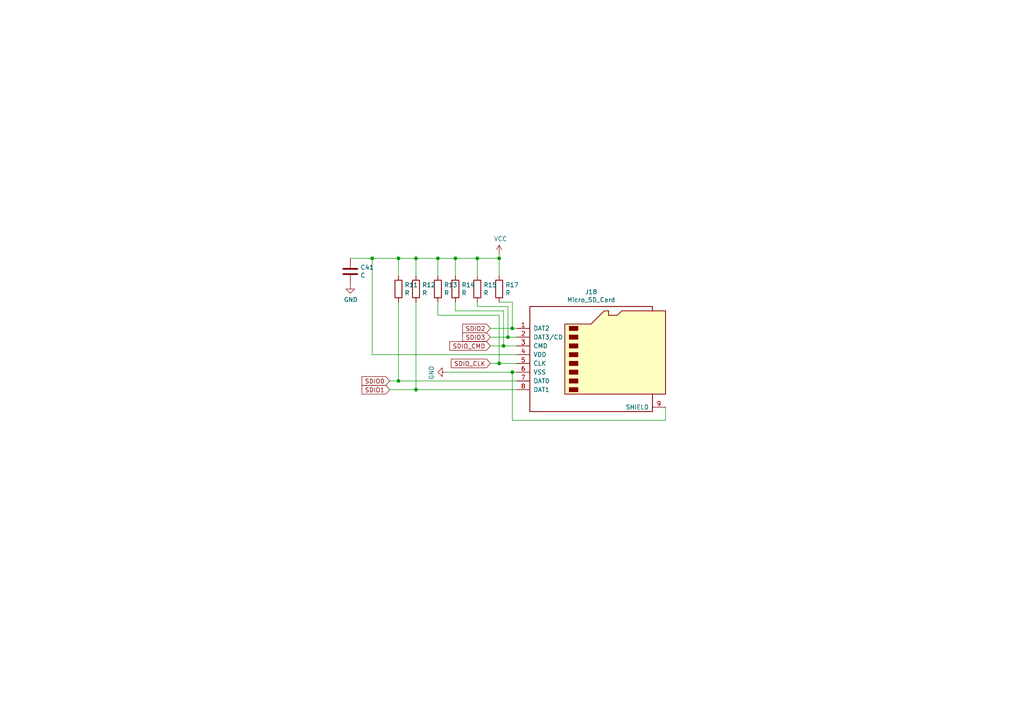
<source format=kicad_sch>
(kicad_sch (version 20230121) (generator eeschema)

  (uuid a3d686ac-4a0f-4723-8065-db4b71714881)

  (paper "A4")

  (lib_symbols
    (symbol "Connector:Micro_SD_Card" (pin_names (offset 1.016)) (in_bom yes) (on_board yes)
      (property "Reference" "J" (at -16.51 15.24 0)
        (effects (font (size 1.27 1.27)))
      )
      (property "Value" "Micro_SD_Card" (at 16.51 15.24 0)
        (effects (font (size 1.27 1.27)) (justify right))
      )
      (property "Footprint" "" (at 29.21 7.62 0)
        (effects (font (size 1.27 1.27)) hide)
      )
      (property "Datasheet" "http://katalog.we-online.de/em/datasheet/693072010801.pdf" (at 0 0 0)
        (effects (font (size 1.27 1.27)) hide)
      )
      (property "ki_keywords" "connector SD microsd" (at 0 0 0)
        (effects (font (size 1.27 1.27)) hide)
      )
      (property "ki_description" "Micro SD Card Socket" (at 0 0 0)
        (effects (font (size 1.27 1.27)) hide)
      )
      (property "ki_fp_filters" "microSD*" (at 0 0 0)
        (effects (font (size 1.27 1.27)) hide)
      )
      (symbol "Micro_SD_Card_0_1"
        (rectangle (start -7.62 -9.525) (end -5.08 -10.795)
          (stroke (width 0) (type default))
          (fill (type outline))
        )
        (rectangle (start -7.62 -6.985) (end -5.08 -8.255)
          (stroke (width 0) (type default))
          (fill (type outline))
        )
        (rectangle (start -7.62 -4.445) (end -5.08 -5.715)
          (stroke (width 0) (type default))
          (fill (type outline))
        )
        (rectangle (start -7.62 -1.905) (end -5.08 -3.175)
          (stroke (width 0) (type default))
          (fill (type outline))
        )
        (rectangle (start -7.62 0.635) (end -5.08 -0.635)
          (stroke (width 0) (type default))
          (fill (type outline))
        )
        (rectangle (start -7.62 3.175) (end -5.08 1.905)
          (stroke (width 0) (type default))
          (fill (type outline))
        )
        (rectangle (start -7.62 5.715) (end -5.08 4.445)
          (stroke (width 0) (type default))
          (fill (type outline))
        )
        (rectangle (start -7.62 8.255) (end -5.08 6.985)
          (stroke (width 0) (type default))
          (fill (type outline))
        )
        (polyline
          (pts
            (xy 16.51 12.7)
            (xy 16.51 13.97)
            (xy -19.05 13.97)
            (xy -19.05 -16.51)
            (xy 16.51 -16.51)
            (xy 16.51 -11.43)
          )
          (stroke (width 0.254) (type default))
          (fill (type none))
        )
        (polyline
          (pts
            (xy -8.89 -11.43)
            (xy -8.89 8.89)
            (xy -1.27 8.89)
            (xy 2.54 12.7)
            (xy 3.81 12.7)
            (xy 3.81 11.43)
            (xy 6.35 11.43)
            (xy 7.62 12.7)
            (xy 20.32 12.7)
            (xy 20.32 -11.43)
            (xy -8.89 -11.43)
          )
          (stroke (width 0.254) (type default))
          (fill (type background))
        )
      )
      (symbol "Micro_SD_Card_1_1"
        (pin bidirectional line (at -22.86 7.62 0) (length 3.81)
          (name "DAT2" (effects (font (size 1.27 1.27))))
          (number "1" (effects (font (size 1.27 1.27))))
        )
        (pin bidirectional line (at -22.86 5.08 0) (length 3.81)
          (name "DAT3/CD" (effects (font (size 1.27 1.27))))
          (number "2" (effects (font (size 1.27 1.27))))
        )
        (pin input line (at -22.86 2.54 0) (length 3.81)
          (name "CMD" (effects (font (size 1.27 1.27))))
          (number "3" (effects (font (size 1.27 1.27))))
        )
        (pin power_in line (at -22.86 0 0) (length 3.81)
          (name "VDD" (effects (font (size 1.27 1.27))))
          (number "4" (effects (font (size 1.27 1.27))))
        )
        (pin input line (at -22.86 -2.54 0) (length 3.81)
          (name "CLK" (effects (font (size 1.27 1.27))))
          (number "5" (effects (font (size 1.27 1.27))))
        )
        (pin power_in line (at -22.86 -5.08 0) (length 3.81)
          (name "VSS" (effects (font (size 1.27 1.27))))
          (number "6" (effects (font (size 1.27 1.27))))
        )
        (pin bidirectional line (at -22.86 -7.62 0) (length 3.81)
          (name "DAT0" (effects (font (size 1.27 1.27))))
          (number "7" (effects (font (size 1.27 1.27))))
        )
        (pin bidirectional line (at -22.86 -10.16 0) (length 3.81)
          (name "DAT1" (effects (font (size 1.27 1.27))))
          (number "8" (effects (font (size 1.27 1.27))))
        )
        (pin passive line (at 20.32 -15.24 180) (length 3.81)
          (name "SHIELD" (effects (font (size 1.27 1.27))))
          (number "9" (effects (font (size 1.27 1.27))))
        )
      )
    )
    (symbol "Device:C" (pin_numbers hide) (pin_names (offset 0.254)) (in_bom yes) (on_board yes)
      (property "Reference" "C" (at 0.635 2.54 0)
        (effects (font (size 1.27 1.27)) (justify left))
      )
      (property "Value" "C" (at 0.635 -2.54 0)
        (effects (font (size 1.27 1.27)) (justify left))
      )
      (property "Footprint" "" (at 0.9652 -3.81 0)
        (effects (font (size 1.27 1.27)) hide)
      )
      (property "Datasheet" "~" (at 0 0 0)
        (effects (font (size 1.27 1.27)) hide)
      )
      (property "ki_keywords" "cap capacitor" (at 0 0 0)
        (effects (font (size 1.27 1.27)) hide)
      )
      (property "ki_description" "Unpolarized capacitor" (at 0 0 0)
        (effects (font (size 1.27 1.27)) hide)
      )
      (property "ki_fp_filters" "C_*" (at 0 0 0)
        (effects (font (size 1.27 1.27)) hide)
      )
      (symbol "C_0_1"
        (polyline
          (pts
            (xy -2.032 -0.762)
            (xy 2.032 -0.762)
          )
          (stroke (width 0.508) (type default))
          (fill (type none))
        )
        (polyline
          (pts
            (xy -2.032 0.762)
            (xy 2.032 0.762)
          )
          (stroke (width 0.508) (type default))
          (fill (type none))
        )
      )
      (symbol "C_1_1"
        (pin passive line (at 0 3.81 270) (length 2.794)
          (name "~" (effects (font (size 1.27 1.27))))
          (number "1" (effects (font (size 1.27 1.27))))
        )
        (pin passive line (at 0 -3.81 90) (length 2.794)
          (name "~" (effects (font (size 1.27 1.27))))
          (number "2" (effects (font (size 1.27 1.27))))
        )
      )
    )
    (symbol "Device:R" (pin_numbers hide) (pin_names (offset 0)) (in_bom yes) (on_board yes)
      (property "Reference" "R" (at 2.032 0 90)
        (effects (font (size 1.27 1.27)))
      )
      (property "Value" "R" (at 0 0 90)
        (effects (font (size 1.27 1.27)))
      )
      (property "Footprint" "" (at -1.778 0 90)
        (effects (font (size 1.27 1.27)) hide)
      )
      (property "Datasheet" "~" (at 0 0 0)
        (effects (font (size 1.27 1.27)) hide)
      )
      (property "ki_keywords" "R res resistor" (at 0 0 0)
        (effects (font (size 1.27 1.27)) hide)
      )
      (property "ki_description" "Resistor" (at 0 0 0)
        (effects (font (size 1.27 1.27)) hide)
      )
      (property "ki_fp_filters" "R_*" (at 0 0 0)
        (effects (font (size 1.27 1.27)) hide)
      )
      (symbol "R_0_1"
        (rectangle (start -1.016 -2.54) (end 1.016 2.54)
          (stroke (width 0.254) (type default))
          (fill (type none))
        )
      )
      (symbol "R_1_1"
        (pin passive line (at 0 3.81 270) (length 1.27)
          (name "~" (effects (font (size 1.27 1.27))))
          (number "1" (effects (font (size 1.27 1.27))))
        )
        (pin passive line (at 0 -3.81 90) (length 1.27)
          (name "~" (effects (font (size 1.27 1.27))))
          (number "2" (effects (font (size 1.27 1.27))))
        )
      )
    )
    (symbol "power:GND" (power) (pin_names (offset 0)) (in_bom yes) (on_board yes)
      (property "Reference" "#PWR" (at 0 -6.35 0)
        (effects (font (size 1.27 1.27)) hide)
      )
      (property "Value" "GND" (at 0 -3.81 0)
        (effects (font (size 1.27 1.27)))
      )
      (property "Footprint" "" (at 0 0 0)
        (effects (font (size 1.27 1.27)) hide)
      )
      (property "Datasheet" "" (at 0 0 0)
        (effects (font (size 1.27 1.27)) hide)
      )
      (property "ki_keywords" "power-flag" (at 0 0 0)
        (effects (font (size 1.27 1.27)) hide)
      )
      (property "ki_description" "Power symbol creates a global label with name \"GND\" , ground" (at 0 0 0)
        (effects (font (size 1.27 1.27)) hide)
      )
      (symbol "GND_0_1"
        (polyline
          (pts
            (xy 0 0)
            (xy 0 -1.27)
            (xy 1.27 -1.27)
            (xy 0 -2.54)
            (xy -1.27 -1.27)
            (xy 0 -1.27)
          )
          (stroke (width 0) (type default))
          (fill (type none))
        )
      )
      (symbol "GND_1_1"
        (pin power_in line (at 0 0 270) (length 0) hide
          (name "GND" (effects (font (size 1.27 1.27))))
          (number "1" (effects (font (size 1.27 1.27))))
        )
      )
    )
    (symbol "power:VCC" (power) (pin_names (offset 0)) (in_bom yes) (on_board yes)
      (property "Reference" "#PWR" (at 0 -3.81 0)
        (effects (font (size 1.27 1.27)) hide)
      )
      (property "Value" "VCC" (at 0 3.81 0)
        (effects (font (size 1.27 1.27)))
      )
      (property "Footprint" "" (at 0 0 0)
        (effects (font (size 1.27 1.27)) hide)
      )
      (property "Datasheet" "" (at 0 0 0)
        (effects (font (size 1.27 1.27)) hide)
      )
      (property "ki_keywords" "power-flag" (at 0 0 0)
        (effects (font (size 1.27 1.27)) hide)
      )
      (property "ki_description" "Power symbol creates a global label with name \"VCC\"" (at 0 0 0)
        (effects (font (size 1.27 1.27)) hide)
      )
      (symbol "VCC_0_1"
        (polyline
          (pts
            (xy -0.762 1.27)
            (xy 0 2.54)
          )
          (stroke (width 0) (type default))
          (fill (type none))
        )
        (polyline
          (pts
            (xy 0 0)
            (xy 0 2.54)
          )
          (stroke (width 0) (type default))
          (fill (type none))
        )
        (polyline
          (pts
            (xy 0 2.54)
            (xy 0.762 1.27)
          )
          (stroke (width 0) (type default))
          (fill (type none))
        )
      )
      (symbol "VCC_1_1"
        (pin power_in line (at 0 0 90) (length 0) hide
          (name "VCC" (effects (font (size 1.27 1.27))))
          (number "1" (effects (font (size 1.27 1.27))))
        )
      )
    )
  )

  (junction (at 107.95 74.93) (diameter 0) (color 0 0 0 0)
    (uuid 018641e0-d327-48e0-99da-3b3a095aeb5d)
  )
  (junction (at 120.65 113.03) (diameter 0) (color 0 0 0 0)
    (uuid 17ba8ba2-4706-4050-80bb-8cbb08310fc4)
  )
  (junction (at 146.05 100.33) (diameter 0) (color 0 0 0 0)
    (uuid 2aef4690-a21b-434d-9869-b0f52fd43d37)
  )
  (junction (at 144.78 105.41) (diameter 0) (color 0 0 0 0)
    (uuid 45d9d5ee-e1fa-4cc4-b91c-ffbba327df2a)
  )
  (junction (at 148.59 107.95) (diameter 0) (color 0 0 0 0)
    (uuid 4a9e05ce-5cb3-4b0f-b8ad-b9318ff70ef0)
  )
  (junction (at 127 74.93) (diameter 0) (color 0 0 0 0)
    (uuid 569dcff8-ea56-49ed-8e1b-09246b2ad54d)
  )
  (junction (at 144.78 74.93) (diameter 0) (color 0 0 0 0)
    (uuid 73d605f3-aa14-4384-b9ab-0a2ed60bd9f2)
  )
  (junction (at 147.32 97.79) (diameter 0) (color 0 0 0 0)
    (uuid 891fdeb4-3141-4d76-ae30-3640bbe02b2f)
  )
  (junction (at 115.57 110.49) (diameter 0) (color 0 0 0 0)
    (uuid a4c43a49-3f98-4e0e-9d0b-a1ac4f20bc3e)
  )
  (junction (at 132.08 74.93) (diameter 0) (color 0 0 0 0)
    (uuid bdd7ead2-6c19-4381-bfed-286b789f75b0)
  )
  (junction (at 120.65 74.93) (diameter 0) (color 0 0 0 0)
    (uuid ce69c726-9ae6-46c5-98d6-ca819a2b11cb)
  )
  (junction (at 115.57 74.93) (diameter 0) (color 0 0 0 0)
    (uuid d0c3cacc-d8c1-4968-af52-ab6e3d2cb48f)
  )
  (junction (at 148.59 95.25) (diameter 0) (color 0 0 0 0)
    (uuid d3215b81-31b4-443c-9b60-e1497ecba9e3)
  )
  (junction (at 138.43 74.93) (diameter 0) (color 0 0 0 0)
    (uuid d556401e-14d5-40dc-9e81-b1c2e1084310)
  )

  (wire (pts (xy 146.05 100.33) (xy 149.86 100.33))
    (stroke (width 0) (type default))
    (uuid 069d8b56-aa7e-47f6-a6d8-66f3181682ca)
  )
  (wire (pts (xy 144.78 105.41) (xy 149.86 105.41))
    (stroke (width 0) (type default))
    (uuid 1b7ddb00-7d49-4aab-a911-1aa92bf218e0)
  )
  (wire (pts (xy 120.65 80.01) (xy 120.65 74.93))
    (stroke (width 0) (type default))
    (uuid 22ce89a5-4251-42ec-80dc-5694d179dfe4)
  )
  (wire (pts (xy 120.65 74.93) (xy 127 74.93))
    (stroke (width 0) (type default))
    (uuid 23f6857e-40b9-4643-a748-2ddf4eb2dbc5)
  )
  (wire (pts (xy 148.59 95.25) (xy 149.86 95.25))
    (stroke (width 0) (type default))
    (uuid 29747180-550b-4d7e-aef6-3b42b935248a)
  )
  (wire (pts (xy 142.24 95.25) (xy 148.59 95.25))
    (stroke (width 0) (type default))
    (uuid 297eb338-313a-4eb4-bfd8-adad1e8527e0)
  )
  (wire (pts (xy 120.65 113.03) (xy 149.86 113.03))
    (stroke (width 0) (type default))
    (uuid 299a9c38-8c5c-4f74-9e2f-828bd82677de)
  )
  (wire (pts (xy 120.65 87.63) (xy 120.65 113.03))
    (stroke (width 0) (type default))
    (uuid 2e0914b0-27e7-4e38-9783-e8f6582cc1b5)
  )
  (wire (pts (xy 193.04 118.11) (xy 193.04 121.92))
    (stroke (width 0) (type default))
    (uuid 310e8b4a-12a5-4ddd-b5f7-af973ffcdbc8)
  )
  (wire (pts (xy 127 80.01) (xy 127 74.93))
    (stroke (width 0) (type default))
    (uuid 391b22b8-bba7-4cb0-be63-a861282307c6)
  )
  (wire (pts (xy 115.57 110.49) (xy 149.86 110.49))
    (stroke (width 0) (type default))
    (uuid 3d54c2aa-a987-47e3-892b-1f8310833e6e)
  )
  (wire (pts (xy 113.03 110.49) (xy 115.57 110.49))
    (stroke (width 0) (type default))
    (uuid 3ef6088b-6308-484a-be6a-b66b59cea487)
  )
  (wire (pts (xy 148.59 107.95) (xy 149.86 107.95))
    (stroke (width 0) (type default))
    (uuid 4bc67447-3ece-4646-88e8-967c562fc125)
  )
  (wire (pts (xy 144.78 73.66) (xy 144.78 74.93))
    (stroke (width 0) (type default))
    (uuid 6723b2a6-8940-4cc3-b959-9e58c1ce9dd7)
  )
  (wire (pts (xy 144.78 74.93) (xy 144.78 80.01))
    (stroke (width 0) (type default))
    (uuid 7661da3c-ffae-4fb5-859d-f81316649e0b)
  )
  (wire (pts (xy 138.43 80.01) (xy 138.43 74.93))
    (stroke (width 0) (type default))
    (uuid 77d71d63-8e68-4379-a33f-b2fbec98d684)
  )
  (wire (pts (xy 107.95 74.93) (xy 101.6 74.93))
    (stroke (width 0) (type default))
    (uuid 7e3f3647-01ca-472b-b344-318fd129dad1)
  )
  (wire (pts (xy 132.08 87.63) (xy 132.08 90.17))
    (stroke (width 0) (type default))
    (uuid 848b78c9-ccce-4e8e-af96-f1980df56f02)
  )
  (wire (pts (xy 138.43 87.63) (xy 138.43 88.9))
    (stroke (width 0) (type default))
    (uuid 86ee59d3-d54f-47fb-b8cc-427e97f8307e)
  )
  (wire (pts (xy 144.78 91.44) (xy 127 91.44))
    (stroke (width 0) (type default))
    (uuid 87774d29-7a9b-4ae8-8a16-f47dbe5b0703)
  )
  (wire (pts (xy 127 74.93) (xy 132.08 74.93))
    (stroke (width 0) (type default))
    (uuid 8aff293a-87bd-4842-ba68-425ff64a25b3)
  )
  (wire (pts (xy 147.32 97.79) (xy 149.86 97.79))
    (stroke (width 0) (type default))
    (uuid 8b0003a8-ffaa-4351-bb97-f28ed6be2e13)
  )
  (wire (pts (xy 142.24 105.41) (xy 144.78 105.41))
    (stroke (width 0) (type default))
    (uuid 9824028b-63ae-444a-bf82-94207171b851)
  )
  (wire (pts (xy 148.59 121.92) (xy 193.04 121.92))
    (stroke (width 0) (type default))
    (uuid 9d0a2448-38f7-4a0a-a48e-79df6b41535f)
  )
  (wire (pts (xy 148.59 87.63) (xy 148.59 95.25))
    (stroke (width 0) (type default))
    (uuid 9d9dade0-3734-49f3-b2aa-8aa1a7fc7048)
  )
  (wire (pts (xy 115.57 74.93) (xy 120.65 74.93))
    (stroke (width 0) (type default))
    (uuid a6bcdbad-c7b4-4555-8a1c-e3f85a70ae64)
  )
  (wire (pts (xy 144.78 87.63) (xy 148.59 87.63))
    (stroke (width 0) (type default))
    (uuid ad28b7f1-4371-4728-8e9a-304c9cab9eee)
  )
  (wire (pts (xy 115.57 80.01) (xy 115.57 74.93))
    (stroke (width 0) (type default))
    (uuid b5517e59-36ab-430c-ab67-26f77f5e0569)
  )
  (wire (pts (xy 115.57 87.63) (xy 115.57 110.49))
    (stroke (width 0) (type default))
    (uuid b777dafd-e13a-48c8-b80b-8e33aa4835ce)
  )
  (wire (pts (xy 132.08 80.01) (xy 132.08 74.93))
    (stroke (width 0) (type default))
    (uuid b79e7948-ccb5-4c9c-99dd-d02aba804153)
  )
  (wire (pts (xy 147.32 88.9) (xy 147.32 97.79))
    (stroke (width 0) (type default))
    (uuid bc044e24-6d62-4fc0-bf9e-50f6a2e0197d)
  )
  (wire (pts (xy 148.59 107.95) (xy 148.59 121.92))
    (stroke (width 0) (type default))
    (uuid c32e8c39-83a2-4bc7-a215-43d730674b33)
  )
  (wire (pts (xy 113.03 113.03) (xy 120.65 113.03))
    (stroke (width 0) (type default))
    (uuid c7e12782-0a10-4127-92e6-59838f21c5ba)
  )
  (wire (pts (xy 144.78 105.41) (xy 144.78 91.44))
    (stroke (width 0) (type default))
    (uuid c95383d2-58ad-4c42-98e5-1cacbf7ca116)
  )
  (wire (pts (xy 107.95 74.93) (xy 115.57 74.93))
    (stroke (width 0) (type default))
    (uuid c974cd65-6654-47a9-9972-6c7493307094)
  )
  (wire (pts (xy 149.86 102.87) (xy 107.95 102.87))
    (stroke (width 0) (type default))
    (uuid cc881331-3e57-4567-bce7-65dce7752ca1)
  )
  (wire (pts (xy 138.43 88.9) (xy 147.32 88.9))
    (stroke (width 0) (type default))
    (uuid cd08af8b-7a4d-480c-8d1c-cf94193c6331)
  )
  (wire (pts (xy 132.08 74.93) (xy 138.43 74.93))
    (stroke (width 0) (type default))
    (uuid d0272f91-8cc6-45ed-9acc-69691eab0f79)
  )
  (wire (pts (xy 142.24 97.79) (xy 147.32 97.79))
    (stroke (width 0) (type default))
    (uuid d0e3da4c-763c-4fb1-be24-9a4a937691b7)
  )
  (wire (pts (xy 142.24 100.33) (xy 146.05 100.33))
    (stroke (width 0) (type default))
    (uuid d5af41b8-cf55-4598-be37-e7970efed779)
  )
  (wire (pts (xy 129.54 107.95) (xy 148.59 107.95))
    (stroke (width 0) (type default))
    (uuid dce86033-5424-4ed3-9c5c-a557bcac481c)
  )
  (wire (pts (xy 132.08 90.17) (xy 146.05 90.17))
    (stroke (width 0) (type default))
    (uuid df5a293c-4725-471a-8455-1632ad412720)
  )
  (wire (pts (xy 138.43 74.93) (xy 144.78 74.93))
    (stroke (width 0) (type default))
    (uuid e211faf0-031e-4365-afa0-4a68ecf379b0)
  )
  (wire (pts (xy 146.05 90.17) (xy 146.05 100.33))
    (stroke (width 0) (type default))
    (uuid ef694a96-700a-41e6-a234-9204d4f63085)
  )
  (wire (pts (xy 127 91.44) (xy 127 87.63))
    (stroke (width 0) (type default))
    (uuid f23c27df-c6a8-4038-b384-45bc4e1a96aa)
  )
  (wire (pts (xy 107.95 102.87) (xy 107.95 74.93))
    (stroke (width 0) (type default))
    (uuid ff9bc1cb-6362-45de-a31b-3e1ae869f4f6)
  )

  (global_label "SDIO_CLK" (shape input) (at 142.24 105.41 180) (fields_autoplaced)
    (effects (font (size 1.27 1.27)) (justify right))
    (uuid 29a54d99-6306-4099-be6c-03e2df1c13ce)
    (property "Intersheetrefs" "${INTERSHEET_REFS}" (at 130.9585 105.41 0)
      (effects (font (size 1.27 1.27)) (justify right) hide)
    )
  )
  (global_label "SDIO0" (shape input) (at 113.03 110.49 180) (fields_autoplaced)
    (effects (font (size 1.27 1.27)) (justify right))
    (uuid 3651cbfb-d71e-4374-a640-303962073252)
    (property "Intersheetrefs" "${INTERSHEET_REFS}" (at 105.0747 110.49 0)
      (effects (font (size 1.27 1.27)) (justify right) hide)
    )
  )
  (global_label "SDIO1" (shape input) (at 113.03 113.03 180) (fields_autoplaced)
    (effects (font (size 1.27 1.27)) (justify right))
    (uuid 54e635d6-eb22-4afc-ae60-51fbe25c931d)
    (property "Intersheetrefs" "${INTERSHEET_REFS}" (at 105.0747 113.03 0)
      (effects (font (size 1.27 1.27)) (justify right) hide)
    )
  )
  (global_label "SDIO2" (shape input) (at 142.24 95.25 180) (fields_autoplaced)
    (effects (font (size 1.27 1.27)) (justify right))
    (uuid 5c0ce3be-769f-4865-9a51-cfd42cac0e51)
    (property "Intersheetrefs" "${INTERSHEET_REFS}" (at 134.2847 95.25 0)
      (effects (font (size 1.27 1.27)) (justify right) hide)
    )
  )
  (global_label "SDIO_CMD" (shape input) (at 142.24 100.33 180) (fields_autoplaced)
    (effects (font (size 1.27 1.27)) (justify right))
    (uuid 79015690-946f-44b2-b986-034a325e9dd9)
    (property "Intersheetrefs" "${INTERSHEET_REFS}" (at 130.5352 100.33 0)
      (effects (font (size 1.27 1.27)) (justify right) hide)
    )
  )
  (global_label "SDIO3" (shape input) (at 142.24 97.79 180) (fields_autoplaced)
    (effects (font (size 1.27 1.27)) (justify right))
    (uuid a52e0374-97b5-4d53-8f37-80bbbf6a53be)
    (property "Intersheetrefs" "${INTERSHEET_REFS}" (at 134.2847 97.79 0)
      (effects (font (size 1.27 1.27)) (justify right) hide)
    )
  )

  (symbol (lib_id "Device:R") (at 127 83.82 0) (unit 1)
    (in_bom yes) (on_board yes) (dnp no)
    (uuid 00000000-0000-0000-0000-00005f613372)
    (property "Reference" "R13" (at 128.778 82.6516 0)
      (effects (font (size 1.27 1.27)) (justify left))
    )
    (property "Value" "R" (at 128.778 84.963 0)
      (effects (font (size 1.27 1.27)) (justify left))
    )
    (property "Footprint" "Resistor_SMD:R_0603_1608Metric" (at 125.222 83.82 90)
      (effects (font (size 1.27 1.27)) hide)
    )
    (property "Datasheet" "~" (at 127 83.82 0)
      (effects (font (size 1.27 1.27)) hide)
    )
    (pin "1" (uuid 0ddfacb2-04df-460d-918e-7a19c97ff335))
    (pin "2" (uuid 6a748fb7-26a4-4917-abb2-1f664b13f1a5))
    (instances
      (project "Pixracer_clone"
        (path "/167b39f0-685c-4f71-95e2-28f9b2e37320/00000000-0000-0000-0000-00005f6068b8"
          (reference "R13") (unit 1)
        )
      )
    )
  )

  (symbol (lib_id "Device:R") (at 132.08 83.82 0) (unit 1)
    (in_bom yes) (on_board yes) (dnp no)
    (uuid 00000000-0000-0000-0000-00005f613378)
    (property "Reference" "R14" (at 133.858 82.6516 0)
      (effects (font (size 1.27 1.27)) (justify left))
    )
    (property "Value" "R" (at 133.858 84.963 0)
      (effects (font (size 1.27 1.27)) (justify left))
    )
    (property "Footprint" "Resistor_SMD:R_0603_1608Metric" (at 130.302 83.82 90)
      (effects (font (size 1.27 1.27)) hide)
    )
    (property "Datasheet" "~" (at 132.08 83.82 0)
      (effects (font (size 1.27 1.27)) hide)
    )
    (pin "1" (uuid 42e00a50-93d3-40c2-b9ac-fa708f5c1389))
    (pin "2" (uuid 686164e9-f3e6-4957-a3fa-d2ffb7993f57))
    (instances
      (project "Pixracer_clone"
        (path "/167b39f0-685c-4f71-95e2-28f9b2e37320/00000000-0000-0000-0000-00005f6068b8"
          (reference "R14") (unit 1)
        )
      )
    )
  )

  (symbol (lib_id "Device:R") (at 138.43 83.82 0) (unit 1)
    (in_bom yes) (on_board yes) (dnp no)
    (uuid 00000000-0000-0000-0000-00005f61337e)
    (property "Reference" "R15" (at 140.208 82.6516 0)
      (effects (font (size 1.27 1.27)) (justify left))
    )
    (property "Value" "R" (at 140.208 84.963 0)
      (effects (font (size 1.27 1.27)) (justify left))
    )
    (property "Footprint" "Resistor_SMD:R_0603_1608Metric" (at 136.652 83.82 90)
      (effects (font (size 1.27 1.27)) hide)
    )
    (property "Datasheet" "~" (at 138.43 83.82 0)
      (effects (font (size 1.27 1.27)) hide)
    )
    (pin "1" (uuid 95288cec-d417-4b96-8fc7-68805a684b7b))
    (pin "2" (uuid 05d516f6-fe43-4ca2-bc9f-b87459c6af9a))
    (instances
      (project "Pixracer_clone"
        (path "/167b39f0-685c-4f71-95e2-28f9b2e37320/00000000-0000-0000-0000-00005f6068b8"
          (reference "R15") (unit 1)
        )
      )
    )
  )

  (symbol (lib_id "Connector:Micro_SD_Card") (at 172.72 102.87 0) (unit 1)
    (in_bom yes) (on_board yes) (dnp no)
    (uuid 00000000-0000-0000-0000-00005f613398)
    (property "Reference" "J18" (at 171.45 84.6582 0)
      (effects (font (size 1.27 1.27)))
    )
    (property "Value" "Micro_SD_Card" (at 171.45 86.9696 0)
      (effects (font (size 1.27 1.27)))
    )
    (property "Footprint" "Pixracer_clone:SUNTECH_ST-TF-003A" (at 201.93 95.25 0)
      (effects (font (size 1.27 1.27)) hide)
    )
    (property "Datasheet" "http://katalog.we-online.de/em/datasheet/693072010801.pdf" (at 172.72 102.87 0)
      (effects (font (size 1.27 1.27)) hide)
    )
    (pin "1" (uuid d50f5823-98a3-449a-baaf-daca64fa9255))
    (pin "2" (uuid 51ce355f-2a80-4f08-b8cf-cecd171c98c6))
    (pin "3" (uuid 56d854ce-9403-45be-bb46-5d957af15218))
    (pin "4" (uuid 1ff76440-d6ea-4868-bd2c-a4f45474669e))
    (pin "5" (uuid d35fdd6d-45d8-4914-8194-ea5d614c0285))
    (pin "6" (uuid b8ee721d-9238-45f6-b8f2-90c4de17f157))
    (pin "7" (uuid 12ebbf89-9891-44cc-bf1d-3663a13c99a7))
    (pin "8" (uuid ba70fd02-973a-41ad-9848-77934eca79f8))
    (pin "9" (uuid 8d27314d-cb62-4b29-ab63-de14630d7605))
    (instances
      (project "Pixracer_clone"
        (path "/167b39f0-685c-4f71-95e2-28f9b2e37320/00000000-0000-0000-0000-00005f6068b8"
          (reference "J18") (unit 1)
        )
      )
    )
  )

  (symbol (lib_id "Device:R") (at 144.78 83.82 0) (unit 1)
    (in_bom yes) (on_board yes) (dnp no)
    (uuid 00000000-0000-0000-0000-00005f6133a1)
    (property "Reference" "R17" (at 146.558 82.6516 0)
      (effects (font (size 1.27 1.27)) (justify left))
    )
    (property "Value" "R" (at 146.558 84.963 0)
      (effects (font (size 1.27 1.27)) (justify left))
    )
    (property "Footprint" "Resistor_SMD:R_0603_1608Metric" (at 143.002 83.82 90)
      (effects (font (size 1.27 1.27)) hide)
    )
    (property "Datasheet" "~" (at 144.78 83.82 0)
      (effects (font (size 1.27 1.27)) hide)
    )
    (pin "1" (uuid df9facc5-851c-4a37-8a9a-6dfe24b599a0))
    (pin "2" (uuid a97d73c2-0807-4046-a8e7-fd82208f7e18))
    (instances
      (project "Pixracer_clone"
        (path "/167b39f0-685c-4f71-95e2-28f9b2e37320/00000000-0000-0000-0000-00005f6068b8"
          (reference "R17") (unit 1)
        )
      )
    )
  )

  (symbol (lib_id "power:VCC") (at 144.78 73.66 0) (unit 1)
    (in_bom yes) (on_board yes) (dnp no)
    (uuid 00000000-0000-0000-0000-00005f6133a7)
    (property "Reference" "#PWR0177" (at 144.78 77.47 0)
      (effects (font (size 1.27 1.27)) hide)
    )
    (property "Value" "VCC" (at 145.161 69.2658 0)
      (effects (font (size 1.27 1.27)))
    )
    (property "Footprint" "" (at 144.78 73.66 0)
      (effects (font (size 1.27 1.27)) hide)
    )
    (property "Datasheet" "" (at 144.78 73.66 0)
      (effects (font (size 1.27 1.27)) hide)
    )
    (pin "1" (uuid 8d161f5a-db35-404c-8e39-c3c0322e1612))
    (instances
      (project "Pixracer_clone"
        (path "/167b39f0-685c-4f71-95e2-28f9b2e37320/00000000-0000-0000-0000-00005f6068b8"
          (reference "#PWR0177") (unit 1)
        )
      )
    )
  )

  (symbol (lib_id "power:GND") (at 129.54 107.95 270) (unit 1)
    (in_bom yes) (on_board yes) (dnp no)
    (uuid 00000000-0000-0000-0000-00005f6133ad)
    (property "Reference" "#PWR0178" (at 123.19 107.95 0)
      (effects (font (size 1.27 1.27)) hide)
    )
    (property "Value" "GND" (at 125.1458 108.077 0)
      (effects (font (size 1.27 1.27)))
    )
    (property "Footprint" "" (at 129.54 107.95 0)
      (effects (font (size 1.27 1.27)) hide)
    )
    (property "Datasheet" "" (at 129.54 107.95 0)
      (effects (font (size 1.27 1.27)) hide)
    )
    (pin "1" (uuid 74c5dc20-6656-4b58-9b62-000431ffdf0e))
    (instances
      (project "Pixracer_clone"
        (path "/167b39f0-685c-4f71-95e2-28f9b2e37320/00000000-0000-0000-0000-00005f6068b8"
          (reference "#PWR0178") (unit 1)
        )
      )
    )
  )

  (symbol (lib_id "Device:R") (at 115.57 83.82 0) (unit 1)
    (in_bom yes) (on_board yes) (dnp no)
    (uuid 00000000-0000-0000-0000-00005fc81ec6)
    (property "Reference" "R11" (at 117.348 82.6516 0)
      (effects (font (size 1.27 1.27)) (justify left))
    )
    (property "Value" "R" (at 117.348 84.963 0)
      (effects (font (size 1.27 1.27)) (justify left))
    )
    (property "Footprint" "Resistor_SMD:R_0603_1608Metric" (at 113.792 83.82 90)
      (effects (font (size 1.27 1.27)) hide)
    )
    (property "Datasheet" "~" (at 115.57 83.82 0)
      (effects (font (size 1.27 1.27)) hide)
    )
    (pin "1" (uuid 9322460c-65fb-40a3-bd6b-c4d99a4518ab))
    (pin "2" (uuid cffb5ffd-3ac7-4c13-a138-06b7e01d6509))
    (instances
      (project "Pixracer_clone"
        (path "/167b39f0-685c-4f71-95e2-28f9b2e37320/00000000-0000-0000-0000-00005f6068b8"
          (reference "R11") (unit 1)
        )
      )
    )
  )

  (symbol (lib_id "Device:R") (at 120.65 83.82 0) (unit 1)
    (in_bom yes) (on_board yes) (dnp no)
    (uuid 00000000-0000-0000-0000-00005fc81ecc)
    (property "Reference" "R12" (at 122.428 82.6516 0)
      (effects (font (size 1.27 1.27)) (justify left))
    )
    (property "Value" "R" (at 122.428 84.963 0)
      (effects (font (size 1.27 1.27)) (justify left))
    )
    (property "Footprint" "Resistor_SMD:R_0603_1608Metric" (at 118.872 83.82 90)
      (effects (font (size 1.27 1.27)) hide)
    )
    (property "Datasheet" "~" (at 120.65 83.82 0)
      (effects (font (size 1.27 1.27)) hide)
    )
    (pin "1" (uuid 481e8f37-0e16-46e0-abeb-b3a1633a0528))
    (pin "2" (uuid 74572f25-070a-4191-87c3-c57cb126f88a))
    (instances
      (project "Pixracer_clone"
        (path "/167b39f0-685c-4f71-95e2-28f9b2e37320/00000000-0000-0000-0000-00005f6068b8"
          (reference "R12") (unit 1)
        )
      )
    )
  )

  (symbol (lib_id "Device:C") (at 101.6 78.74 0) (unit 1)
    (in_bom yes) (on_board yes) (dnp no)
    (uuid 00000000-0000-0000-0000-00005fc8c749)
    (property "Reference" "C41" (at 104.521 77.5716 0)
      (effects (font (size 1.27 1.27)) (justify left))
    )
    (property "Value" "C" (at 104.521 79.883 0)
      (effects (font (size 1.27 1.27)) (justify left))
    )
    (property "Footprint" "Capacitor_SMD:C_0603_1608Metric" (at 102.5652 82.55 0)
      (effects (font (size 1.27 1.27)) hide)
    )
    (property "Datasheet" "~" (at 101.6 78.74 0)
      (effects (font (size 1.27 1.27)) hide)
    )
    (pin "1" (uuid 738e9b4c-f142-49d4-97a1-28ca30926dd5))
    (pin "2" (uuid 6b557714-5fad-43be-a2a0-0c47003f6b04))
    (instances
      (project "Pixracer_clone"
        (path "/167b39f0-685c-4f71-95e2-28f9b2e37320/00000000-0000-0000-0000-00005f6068b8"
          (reference "C41") (unit 1)
        )
      )
    )
  )

  (symbol (lib_id "power:GND") (at 101.6 82.55 0) (unit 1)
    (in_bom yes) (on_board yes) (dnp no)
    (uuid 00000000-0000-0000-0000-00005fc8dd12)
    (property "Reference" "#PWR0179" (at 101.6 88.9 0)
      (effects (font (size 1.27 1.27)) hide)
    )
    (property "Value" "GND" (at 101.727 86.9442 0)
      (effects (font (size 1.27 1.27)))
    )
    (property "Footprint" "" (at 101.6 82.55 0)
      (effects (font (size 1.27 1.27)) hide)
    )
    (property "Datasheet" "" (at 101.6 82.55 0)
      (effects (font (size 1.27 1.27)) hide)
    )
    (pin "1" (uuid 986ef906-abe6-4acf-82e6-b430af808adc))
    (instances
      (project "Pixracer_clone"
        (path "/167b39f0-685c-4f71-95e2-28f9b2e37320/00000000-0000-0000-0000-00005f6068b8"
          (reference "#PWR0179") (unit 1)
        )
      )
    )
  )
)

</source>
